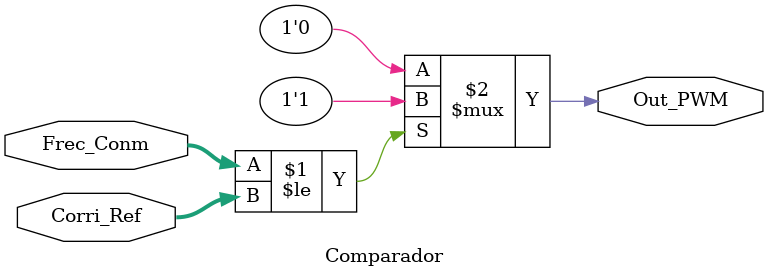
<source format=v>
`timescale 1ns / 1ps
module Comparador( //comparador para obtener la salida de señal de PWM
    input [9:0] Frec_Conm, //frecuencia de conmutación 
    input [9:0] Corri_Ref, //corriente referencia, modula el ciclo de trabajo
    output Out_PWM //salida de pulso con ancho modulado
    );
	 
	 assign Out_PWM= (Frec_Conm <= Corri_Ref) ? 1'b1 : 1'b0; // asigna un 1 a la salida si la frecuencia de conmutación
	                                                        // es menor a la referencia, en caso contrario asigna 0,de forma
																		//que se logra modelar el ciclo de trabajo estableciendo la referencia
	 


endmodule // finaliza el módulo

</source>
